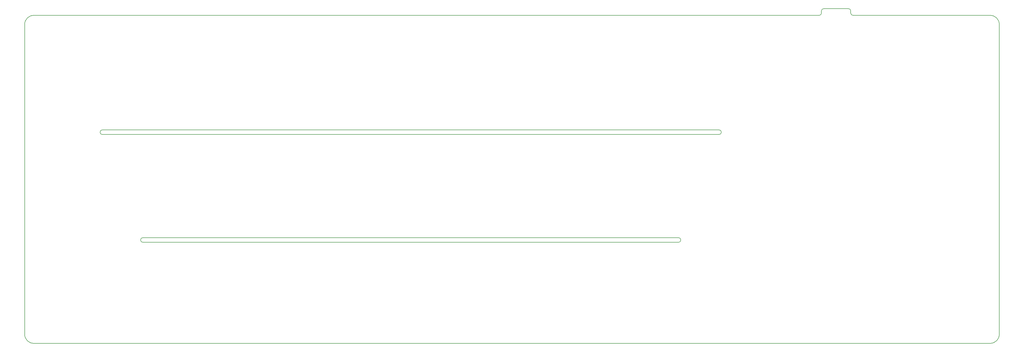
<source format=gm1>
G04 #@! TF.GenerationSoftware,KiCad,Pcbnew,(5.1.12)-1*
G04 #@! TF.CreationDate,2022-01-21T17:00:48-05:00*
G04 #@! TF.ProjectId,KBD8X-MK2,4b424438-582d-44d4-9b32-2e6b69636164,rev?*
G04 #@! TF.SameCoordinates,Original*
G04 #@! TF.FileFunction,Profile,NP*
%FSLAX46Y46*%
G04 Gerber Fmt 4.6, Leading zero omitted, Abs format (unit mm)*
G04 Created by KiCad (PCBNEW (5.1.12)-1) date 2022-01-21 17:00:48*
%MOMM*%
%LPD*%
G01*
G04 APERTURE LIST*
G04 #@! TA.AperFunction,Profile*
%ADD10C,0.200000*%
G04 #@! TD*
G04 APERTURE END LIST*
D10*
X331390625Y-30162500D02*
X331390625Y-30956250D01*
X321071875Y-30162500D02*
X321071875Y-30956250D01*
X81756250Y-111918750D02*
X270668750Y-111918750D01*
X270668750Y-110331250D02*
X81756250Y-110331250D01*
X270668750Y-110331250D02*
G75*
G02*
X270668750Y-111918750I0J-793750D01*
G01*
X81756250Y-111918750D02*
G75*
G02*
X81756250Y-110331250I0J793750D01*
G01*
X67468750Y-73818750D02*
X284956250Y-73818750D01*
X284956250Y-72231250D02*
X67468750Y-72231250D01*
X284956250Y-72231250D02*
G75*
G02*
X284956250Y-73818750I0J-793750D01*
G01*
X67468750Y-73818750D02*
G75*
G02*
X67468750Y-72231250I0J793750D01*
G01*
X321071875Y-30956250D02*
G75*
G02*
X320278125Y-31750000I-793750J0D01*
G01*
X332184375Y-31750000D02*
G75*
G02*
X331390625Y-30956250I0J793750D01*
G01*
X321865625Y-29368750D02*
X330596875Y-29368750D01*
X330596875Y-29368750D02*
G75*
G02*
X331390625Y-30162500I0J-793750D01*
G01*
X321071875Y-30162500D02*
G75*
G02*
X321865625Y-29368750I793750J0D01*
G01*
X332184375Y-31750000D02*
X380603125Y-31750000D01*
X43259375Y-31750000D02*
X320278125Y-31750000D01*
X40084375Y-144462500D02*
X40084375Y-34925000D01*
X380603125Y-147637500D02*
X43259375Y-147637500D01*
X383778125Y-34925000D02*
X383778125Y-144462500D01*
X380603125Y-31750000D02*
G75*
G02*
X383778125Y-34925000I0J-3175000D01*
G01*
X383778125Y-144462500D02*
G75*
G02*
X380603125Y-147637500I-3175000J0D01*
G01*
X43259375Y-147637500D02*
G75*
G02*
X40084375Y-144462500I0J3175000D01*
G01*
X40084375Y-34925000D02*
G75*
G02*
X43259375Y-31750000I3175000J0D01*
G01*
M02*

</source>
